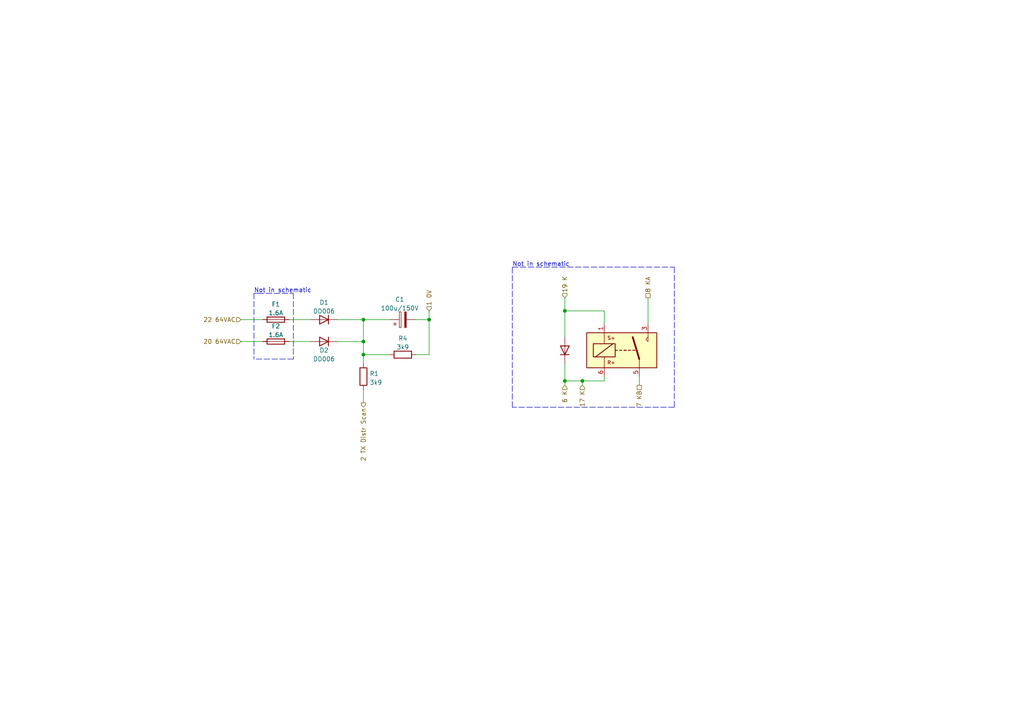
<source format=kicad_sch>
(kicad_sch (version 20211123) (generator eeschema)
  (paper "A4")
  (lib_symbols
    (symbol "Device:C_Polarized" (pin_numbers hide) (pin_names (offset 0.254))
      (property "Reference" "C" (at 0.635 2.54 0))
      (property "Value" "C_Polarized" (at 0.635 -2.54 0))
      (symbol "C_Polarized_0_1"
        (rectangle (start -2.286 0.508) (end 2.286 1.016))
        (polyline (pts (xy -1.778 2.286) (xy -0.762 2.286)))
        (polyline (pts (xy -1.27 2.794) (xy -1.27 1.778)))
        (rectangle (start 2.286 -0.508) (end -2.286 -1.016) (fill (type outline)))
      )
      (symbol "C_Polarized_1_1"
        (pin passive line (at 0 3.81 270) (length 2.794) (name "~") (number "1"))
        (pin passive line (at 0 -3.81 90) (length 2.794) (name "~") (number "2"))
      )
    )
    (symbol "Device:Fuse" (pin_numbers hide) (pin_names (offset 0))
      (property "Reference" "F" (at 2.032 0 90))
      (property "Value" "Fuse" (at -1.905 0 90))
      (symbol "Fuse_0_1"
        (rectangle (start -0.762 -2.54) (end 0.762 2.54) (stroke (width 0.254)))
        (polyline (pts (xy 0 2.54) (xy 0 -2.54)))
      )
      (symbol "Fuse_1_1"
        (pin passive line (at 0 3.81 270) (length 1.27) (name "~") (number "1"))
        (pin passive line (at 0 -3.81 90) (length 1.27) (name "~") (number "2"))
      )
    )
    (symbol "Device:R" (pin_numbers hide) (pin_names (offset 0))
      (property "Reference" "R" (at 2.032 0 90))
      (property "Value" "R" (at 0 0 90))
      (symbol "R_0_1"
        (rectangle (start -1.016 -2.54) (end 1.016 2.54) (stroke (width 0.254)))
      )
      (symbol "R_1_1"
        (pin passive line (at 0 3.81 270) (length 1.27) (name "~") (number "1"))
        (pin passive line (at 0 -3.81 90) (length 1.27) (name "~") (number "2"))
      )
    )
    (symbol "Diode:1N4007" (pin_numbers hide) (pin_names (offset 1.016) hide)
      (property "Reference" "D" (at 0 2.54 0))
      (property "Value" "1N4007" (at 0 -2.54 0))
      (symbol "1N4007_0_1"
        (polyline (pts (xy -1.27 1.27) (xy -1.27 -1.27)) (stroke (width 0.254)))
        (polyline (pts (xy 1.27 0) (xy -1.27 0)))
        (polyline (pts (xy 1.27 1.27) (xy 1.27 -1.27) (xy -1.27 0) (xy 1.27 1.27)) (stroke (width 0.254)))
      )
      (symbol "1N4007_1_1"
        (pin passive line (at -3.81 0 0) (length 2.54) (name "K") (number "1"))
        (pin passive line (at 3.81 0 180) (length 2.54) (name "A") (number "2"))
      )
    )
    (symbol "Relay:ADW11"
      (property "Reference" "K" (at 11.43 3.81 0))
      (property "Value" "ADW11" (at 13.97 1.27 0))
      (symbol "ADW11_1_1"
        (rectangle (start -10.16 5.08) (end 10.16 -5.08) (stroke (width 0.254)) (fill (type background)))
        (rectangle (start -8.255 1.905) (end -1.905 -1.905) (stroke (width 0.254)))
        (polyline (pts (xy -7.62 -1.905) (xy -2.54 1.905)) (stroke (width 0.254)))
        (polyline (pts (xy -5.08 -5.08) (xy -5.08 -1.905)))
        (polyline (pts (xy -5.08 5.08) (xy -5.08 1.905)))
        (polyline (pts (xy -1.905 0) (xy -1.27 0)) (stroke (width 0.254)))
        (polyline (pts (xy -0.635 0) (xy 0 0)) (stroke (width 0.254)))
        (polyline (pts (xy 0.635 0) (xy 1.27 0)) (stroke (width 0.254)))
        (polyline (pts (xy 0.635 0) (xy 1.27 0)) (stroke (width 0.254)))
        (polyline (pts (xy 1.905 0) (xy 2.54 0)) (stroke (width 0.254)))
        (polyline (pts (xy 3.175 0) (xy 3.81 0)) (stroke (width 0.254)))
        (polyline (pts (xy 5.08 -2.54) (xy 3.175 3.81)) (stroke (width 0.508)))
        (polyline (pts (xy 5.08 -2.54) (xy 5.08 -5.08)))
        (polyline (pts (xy 7.62 3.81) (xy 7.62 5.08)))
        (polyline (pts (xy 7.62 3.81) (xy 7.62 2.54) (xy 6.985 3.175) (xy 7.62 3.81)))
        (text "R+" (at -3.048 -3.556 0) (effects (font (size 1.016 1.016))))
        (text "S+" (at -3.048 3.556 0) (effects (font (size 1.016 1.016))))
        (pin passive line (at -5.08 7.62 270) (length 2.54) (name "~") (number "1"))
        (pin passive line (at 7.62 7.62 270) (length 2.54) (name "~") (number "3"))
        (pin passive line (at 5.08 -7.62 90) (length 2.54) (name "~") (number "5"))
        (pin passive line (at -5.08 -7.62 90) (length 2.54) (name "~") (number "6"))
      )
    )
  )
  (junction (at 163.83 90.17))
  (junction (at 163.83 110.49))
  (junction (at 105.41 102.87))
  (junction (at 105.41 99.06))
  (junction (at 124.46 92.71))
  (junction (at 105.41 92.71))
  (junction (at 168.91 110.49))
  (wire (pts (xy 124.46 92.71) (xy 124.46 102.87)))
  (wire (pts (xy 120.65 92.71) (xy 124.46 92.71)))
  (wire (pts (xy 163.83 110.49) (xy 163.83 111.76)))
  (polyline (pts (xy 85.09 85.09) (xy 85.09 104.14)))
  (wire (pts (xy 124.46 90.17) (xy 124.46 92.71)))
  (wire (pts (xy 97.79 92.71) (xy 105.41 92.71)))
  (wire (pts (xy 163.83 90.17) (xy 163.83 97.79)))
  (wire (pts (xy 105.41 99.06) (xy 105.41 102.87)))
  (wire (pts (xy 168.91 110.49) (xy 175.26 110.49)))
  (wire (pts (xy 175.26 90.17) (xy 163.83 90.17)))
  (wire (pts (xy 83.82 92.71) (xy 90.17 92.71)))
  (polyline (pts (xy 85.09 104.14) (xy 73.66 104.14)))
  (wire (pts (xy 175.26 109.22) (xy 175.26 110.49)))
  (wire (pts (xy 168.91 110.49) (xy 168.91 111.76)))
  (wire (pts (xy 105.41 102.87) (xy 113.03 102.87)))
  (wire (pts (xy 69.85 92.71) (xy 76.2 92.71)))
  (wire (pts (xy 185.42 109.22) (xy 185.42 111.76)))
  (wire (pts (xy 175.26 93.98) (xy 175.26 90.17)))
  (polyline (pts (xy 73.66 85.09) (xy 74.93 85.09)))
  (wire (pts (xy 105.41 92.71) (xy 113.03 92.71)))
  (wire (pts (xy 187.96 86.36) (xy 187.96 93.98)))
  (polyline (pts (xy 195.58 118.11) (xy 148.59 118.11)))
  (wire (pts (xy 97.79 99.06) (xy 105.41 99.06)))
  (wire (pts (xy 163.83 86.36) (xy 163.83 90.17)))
  (polyline (pts (xy 148.59 118.11) (xy 148.59 77.47)))
  (polyline (pts (xy 195.58 77.47) (xy 195.58 118.11)))
  (wire (pts (xy 83.82 99.06) (xy 90.17 99.06)))
  (polyline (pts (xy 74.93 85.09) (xy 85.09 85.09)))
  (polyline (pts (xy 73.66 85.09) (xy 73.66 104.14)))
  (wire (pts (xy 163.83 105.41) (xy 163.83 110.49)))
  (wire (pts (xy 105.41 102.87) (xy 105.41 105.41)))
  (wire (pts (xy 163.83 110.49) (xy 168.91 110.49)))
  (wire (pts (xy 69.85 99.06) (xy 76.2 99.06)))
  (wire (pts (xy 105.41 113.03) (xy 105.41 116.84)))
  (polyline (pts (xy 148.59 77.47) (xy 195.58 77.47)))
  (wire (pts (xy 120.65 102.87) (xy 124.46 102.87)))
  (wire (pts (xy 105.41 99.06) (xy 105.41 92.71)))
  (text "Not in schematic" (at 148.59 77.47 0) (effects (font (size 1.27 1.27)) (justify left bottom)))
  (text "Not in schematic" (at 73.66 85.09 0) (effects (font (size 1.27 1.27)) (justify left bottom)))
  (hierarchical_label "2 TX Distr Scan" (shape output) (at 105.41 116.84 270))
  (hierarchical_label "19 K" (shape input) (at 163.83 86.36 90))
  (hierarchical_label "6 K" (shape input) (at 163.83 111.76 270))
  (hierarchical_label "22 64VAC" (shape input) (at 69.85 92.71 180))
  (hierarchical_label "17 K" (shape input) (at 168.91 111.76 270))
  (hierarchical_label "1 0V" (shape input) (at 124.46 90.17 90))
  (hierarchical_label "20 64VAC" (shape input) (at 69.85 99.06 180))
  (hierarchical_label "7 KB" (shape passive) (at 185.42 111.76 270))
  (hierarchical_label "8 KA" (shape passive) (at 187.96 86.36 90))
  (symbol (lib_id "Diode:1N4007") (at 93.98 99.06 180) (unit 1)
    (property "Reference" "D2" (at 93.98 101.6 0))
    (property "Value" "DD006" (at 93.98 104.14 0))
    (property "Footprint" "Diode_THT:D_DO-41_SOD81_P10.16mm_Horizontal" (effects hide))
    (property "Datasheet" "http://www.vishay.com/docs/88503/1n4001.pdf" (effects hide))
  )
  (symbol (lib_id "Device:Fuse") (at 80.01 99.06 270) (unit 1)
    (property "Reference" "F2" (at 80.01 94.5982 90))
    (property "Value" "1.6A" (at 80.01 97.1351 90))
  )
  (symbol (lib_id "Diode:1N4007") (at 93.98 92.71 180) (unit 1)
    (property "Reference" "D1" (at 93.98 87.7402 0))
    (property "Value" "DD006" (at 93.98 90.2771 0))
    (property "Footprint" "Diode_THT:D_DO-41_SOD81_P10.16mm_Horizontal" (effects hide))
    (property "Datasheet" "http://www.vishay.com/docs/88503/1n4001.pdf" (effects hide))
  )
  (symbol (lib_id "Diode:1N4007") (at 163.83 101.6 90) (unit 1)
    (property "Reference" "D?" (effects hide))
    (property "Footprint" "Diode_THT:D_DO-41_SOD81_P10.16mm_Horizontal" (effects hide))
    (property "Datasheet" "http://www.vishay.com/docs/88503/1n4001.pdf" (effects hide))
  )
  (symbol (lib_id "Relay:ADW11") (at 180.34 101.6 0) (unit 1)
    (property "Reference" "K?" (effects hide))
    (property "Footprint" "Relay_THT:Relay_1P1T_NO_10x24x18.8mm_Panasonic_ADW11xxxxW_THT" (effects hide))
    (property "Datasheet" "https://www.panasonic-electric-works.com/pew/es/downloads/ds_dw_hl_en.pdf" (effects hide))
  )
  (symbol (lib_id "Device:R") (at 105.41 109.22 0) (unit 1)
    (property "Reference" "R1" (at 107.188 108.3853 0) (effects (justify left)))
    (property "Value" "3k9" (at 107.188 110.9222 0) (effects (justify left)))
  )
  (symbol (lib_id "Device:Fuse") (at 80.01 92.71 90) (unit 1)
    (property "Reference" "F1" (at 80.01 88.2482 90))
    (property "Value" "1.6A" (at 80.01 90.7851 90))
  )
  (symbol (lib_id "Device:R") (at 116.84 102.87 90) (unit 1)
    (property "Reference" "R4" (at 116.84 98.1542 90))
    (property "Value" "3k9" (at 116.84 100.6911 90))
  )
  (symbol (lib_id "Device:C_Polarized") (at 116.84 92.71 90) (unit 1)
    (property "Reference" "C1" (at 115.951 86.8512 90))
    (property "Value" "100u/150V" (at 115.951 89.3881 90))
  )
)
</source>
